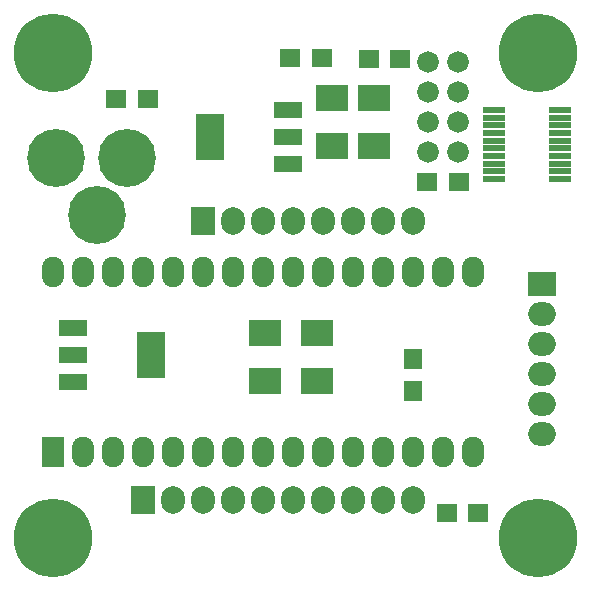
<source format=gbs>
G04 #@! TF.FileFunction,Soldermask,Bot*
%FSLAX46Y46*%
G04 Gerber Fmt 4.6, Leading zero omitted, Abs format (unit mm)*
G04 Created by KiCad (PCBNEW (after 2015-mar-04 BZR unknown)-product) date 8/29/2015 5:31:21 PM*
%MOMM*%
G01*
G04 APERTURE LIST*
%ADD10C,0.150000*%
%ADD11C,4.904800*%
%ADD12C,6.654800*%
%ADD13R,1.804800X1.604800*%
%ADD14R,1.854800X0.554800*%
%ADD15R,2.336800X3.962400*%
%ADD16R,2.336800X1.320800*%
%ADD17R,1.879600X2.590800*%
%ADD18O,1.879600X2.590800*%
%ADD19R,1.604800X1.804800*%
%ADD20C,1.828800*%
%ADD21R,2.032000X2.336800*%
%ADD22O,2.032000X2.336800*%
%ADD23R,2.804800X2.304800*%
%ADD24R,2.336800X2.032000*%
%ADD25O,2.336800X2.032000*%
G04 APERTURE END LIST*
D10*
D11*
X14200000Y-22900000D03*
X20200000Y-22900000D03*
X17700000Y-27700000D03*
D12*
X14000000Y-55000000D03*
X55000000Y-55000000D03*
X55000000Y-14000000D03*
X14000000Y-14000000D03*
D13*
X49991000Y-52895500D03*
X47291000Y-52895500D03*
X34050000Y-14400000D03*
X36750000Y-14400000D03*
D14*
X56902000Y-18767000D03*
X56902000Y-19442000D03*
X56902000Y-20092000D03*
X56902000Y-20742000D03*
X56902000Y-21392000D03*
X56902000Y-22042000D03*
X56902000Y-22692000D03*
X56902000Y-23342000D03*
X56902000Y-23992000D03*
X56902000Y-24642000D03*
X51302000Y-24642000D03*
X51302000Y-23992000D03*
X51302000Y-23342000D03*
X51302000Y-22692000D03*
X51302000Y-22042000D03*
X51302000Y-21392000D03*
X51302000Y-20742000D03*
X51302000Y-20092000D03*
X51302000Y-19442000D03*
X51302000Y-18792000D03*
D15*
X27241500Y-21082000D03*
D16*
X33845500Y-21082000D03*
X33845500Y-23368000D03*
X33845500Y-18796000D03*
D17*
X13970000Y-47752000D03*
D18*
X16510000Y-47752000D03*
X19050000Y-47752000D03*
X21590000Y-47752000D03*
X24130000Y-47752000D03*
X26670000Y-47752000D03*
X29210000Y-47752000D03*
X31750000Y-47752000D03*
X34290000Y-47752000D03*
X36830000Y-47752000D03*
X39370000Y-47752000D03*
X41910000Y-47752000D03*
X44450000Y-47752000D03*
X46990000Y-47752000D03*
X49530000Y-47752000D03*
X49530000Y-32512000D03*
X46990000Y-32512000D03*
X44450000Y-32512000D03*
X41910000Y-32512000D03*
X39370000Y-32512000D03*
X36830000Y-32512000D03*
X34290000Y-32512000D03*
X31750000Y-32512000D03*
X29210000Y-32512000D03*
X26670000Y-32512000D03*
X24130000Y-32512000D03*
X21590000Y-32512000D03*
X19050000Y-32512000D03*
X16510000Y-32512000D03*
X13970000Y-32512000D03*
D13*
X21987500Y-17843500D03*
X19287500Y-17843500D03*
D19*
X44450000Y-39861500D03*
X44450000Y-42561500D03*
D15*
X22288500Y-39497000D03*
D16*
X15684500Y-39497000D03*
X15684500Y-37211000D03*
X15684500Y-41783000D03*
D20*
X48260000Y-22352000D03*
X45720000Y-22352000D03*
X48260000Y-19812000D03*
X45720000Y-19812000D03*
X48260000Y-17272000D03*
X45720000Y-17272000D03*
X48260000Y-14732000D03*
X45720000Y-14732000D03*
D21*
X21590000Y-51816000D03*
D22*
X24130000Y-51816000D03*
X26670000Y-51816000D03*
X29210000Y-51816000D03*
X31750000Y-51816000D03*
X34290000Y-51816000D03*
X36830000Y-51816000D03*
X39370000Y-51816000D03*
X41910000Y-51816000D03*
X44450000Y-51816000D03*
D21*
X26670000Y-28194000D03*
D22*
X29210000Y-28194000D03*
X31750000Y-28194000D03*
X34290000Y-28194000D03*
X36830000Y-28194000D03*
X39370000Y-28194000D03*
X41910000Y-28194000D03*
X44450000Y-28194000D03*
D23*
X36293000Y-37711000D03*
X36293000Y-41711000D03*
X37592000Y-17812000D03*
X37592000Y-21812000D03*
X31893000Y-37711000D03*
X31893000Y-41711000D03*
X41148000Y-17812000D03*
X41148000Y-21812000D03*
D13*
X43387000Y-14478000D03*
X40687000Y-14478000D03*
X48340000Y-24892000D03*
X45640000Y-24892000D03*
D24*
X55372000Y-33528000D03*
D25*
X55372000Y-36068000D03*
X55372000Y-38608000D03*
X55372000Y-41148000D03*
X55372000Y-43688000D03*
X55372000Y-46228000D03*
M02*

</source>
